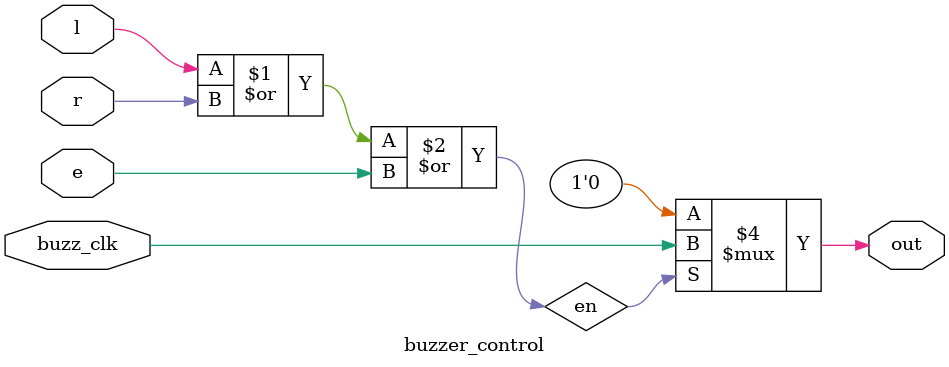
<source format=v>
`timescale 1ns / 1ps

module d_light(d, err, out);
    input [0:0] d, err;
    output [0:0] out;
    err_led nkn(.led(d), .err(err), .actual_led(out));
endmodule

module l_light(clk_3_ro, l, e, err, out);
// works for both left and right lights
    input [2:0] clk_3_ro;
    input [0:0] l, e, err;
    output [2:0] out;
    
    wire [2:0] l_light_wo_err;
    wire [0:0] en;

    assign en = l|e;
    assign l_light_wo_err = (en==1'b1)?clk_3_ro:3'b000;

    err_led nkn(.led(l_light_wo_err), .err(err), .actual_led(out));
endmodule

module p_light(b, p, blink_clk, out);
    input [0:0] b, p, blink_clk;
    output reg [0:0] out;

    always @(*)
    begin
        case ({b, p})
            00: out <= 1'b0;
            10: out <= blink_clk;
            01: out <= 1'b1;
            11: out <= 1'b1;
            default: out <= 1'b0;
        endcase
    end
endmodule

module buzzer_control(buzz_clk, l, r, e, out);
    input [0:0] buzz_clk;
    input [0:0] l, r, e;
    output [0:0] out;
    wire [0:0] en;

    assign en = l|r|e;
    assign out = (en==1)?buzz_clk:1'b0;

endmodule // buzzer_control

</source>
